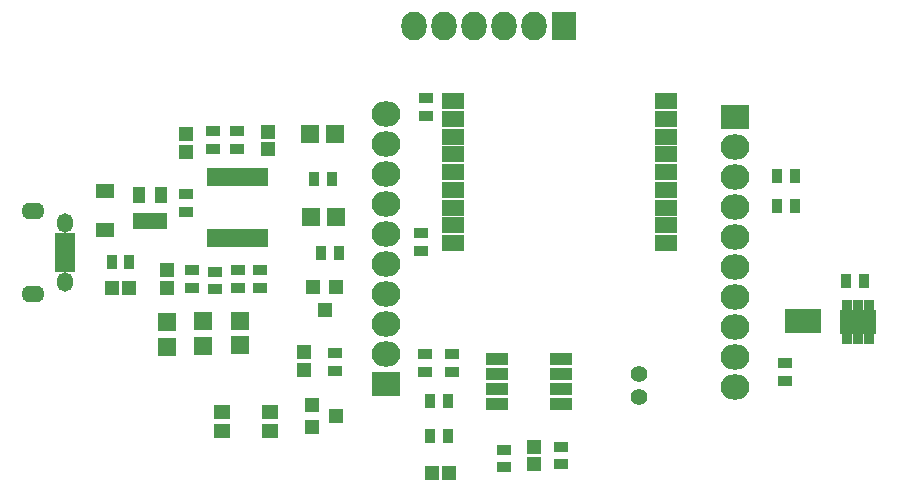
<source format=gbr>
G04 #@! TF.FileFunction,Soldermask,Top*
%FSLAX46Y46*%
G04 Gerber Fmt 4.6, Leading zero omitted, Abs format (unit mm)*
G04 Created by KiCad (PCBNEW 4.0.2-4+6225~38~ubuntu15.10.1-stable) date Wed 30 Mar 2016 09:09:27 AM CDT*
%MOMM*%
G01*
G04 APERTURE LIST*
%ADD10C,0.100000*%
%ADD11R,2.432000X2.127200*%
%ADD12O,2.432000X2.127200*%
%ADD13R,1.620000X1.310000*%
%ADD14R,1.050000X1.460000*%
%ADD15R,1.750000X0.800000*%
%ADD16O,1.350000X1.650000*%
%ADD17O,1.950000X1.400000*%
%ADD18R,1.200000X1.150000*%
%ADD19R,1.300000X0.900000*%
%ADD20R,1.150000X1.200000*%
%ADD21R,1.598880X1.598880*%
%ADD22R,2.127200X2.432000*%
%ADD23O,2.127200X2.432000*%
%ADD24R,1.200100X1.200100*%
%ADD25R,0.900000X1.300000*%
%ADD26R,1.400000X1.300000*%
%ADD27R,1.900000X1.400000*%
%ADD28R,1.950000X1.000000*%
%ADD29C,1.400000*%
%ADD30R,0.800000X1.600000*%
%ADD31R,1.050000X0.750000*%
%ADD32R,1.400000X1.200000*%
%ADD33R,0.850000X1.030000*%
%ADD34R,1.700000X1.250000*%
G04 APERTURE END LIST*
D10*
D11*
X153550000Y-80610000D03*
D12*
X153550000Y-78070000D03*
X153550000Y-75530000D03*
X153550000Y-72990000D03*
X153550000Y-70450000D03*
X153550000Y-67910000D03*
X153550000Y-65370000D03*
X153550000Y-62830000D03*
X153550000Y-60290000D03*
X153550000Y-57750000D03*
D13*
X129794000Y-64262000D03*
X129794000Y-67532000D03*
D14*
X132636000Y-66809000D03*
X133586000Y-66809000D03*
X134536000Y-66809000D03*
X134536000Y-64609000D03*
X132636000Y-64609000D03*
D15*
X126380000Y-68170000D03*
X126380000Y-68820000D03*
X126380000Y-69470000D03*
X126380000Y-70120000D03*
X126380000Y-70770000D03*
D16*
X126380000Y-66970000D03*
X126380000Y-71970000D03*
D17*
X123680000Y-65970000D03*
X123680000Y-72970000D03*
D18*
X130350000Y-72475000D03*
X131850000Y-72475000D03*
D19*
X156880000Y-78060000D03*
X156880000Y-79560000D03*
D18*
X157430000Y-88080000D03*
X158930000Y-88080000D03*
D20*
X166116000Y-85900000D03*
X166116000Y-87400000D03*
X135007390Y-72475558D03*
X135007390Y-70975558D03*
X136652000Y-59436000D03*
X136652000Y-60936000D03*
X143557390Y-60725558D03*
X143557390Y-59225558D03*
D21*
X149323040Y-66450000D03*
X147225000Y-66450000D03*
X138075000Y-77349020D03*
X138075000Y-75250980D03*
X135050000Y-77423040D03*
X135050000Y-75325000D03*
X147126960Y-59450000D03*
X149225000Y-59450000D03*
X141175000Y-77323040D03*
X141175000Y-75225000D03*
D19*
X136652000Y-64516000D03*
X136652000Y-66016000D03*
D22*
X168650000Y-50250000D03*
D23*
X166110000Y-50250000D03*
X163570000Y-50250000D03*
X161030000Y-50250000D03*
X158490000Y-50250000D03*
X155950000Y-50250000D03*
D11*
X183100000Y-57975000D03*
D12*
X183100000Y-60515000D03*
X183100000Y-63055000D03*
X183100000Y-65595000D03*
X183100000Y-68135000D03*
X183100000Y-70675000D03*
X183100000Y-73215000D03*
X183100000Y-75755000D03*
X183100000Y-78295000D03*
X183100000Y-80835000D03*
D24*
X147335240Y-82362000D03*
X147335240Y-84262000D03*
X149334220Y-83312000D03*
X149325000Y-72350000D03*
X147425000Y-72350000D03*
X148375000Y-74348980D03*
D25*
X148075000Y-69475000D03*
X149575000Y-69475000D03*
D19*
X137157390Y-70975558D03*
X137157390Y-72475558D03*
D25*
X130350000Y-70275000D03*
X131850000Y-70275000D03*
D19*
X138938000Y-60706000D03*
X138938000Y-59206000D03*
D25*
X194056000Y-71882000D03*
X192556000Y-71882000D03*
D19*
X149280000Y-77990000D03*
X149280000Y-79490000D03*
X159190000Y-79560000D03*
X159190000Y-78060000D03*
D25*
X147500000Y-63200000D03*
X149000000Y-63200000D03*
X157320000Y-85000000D03*
X158820000Y-85000000D03*
D19*
X168402000Y-87400000D03*
X168402000Y-85900000D03*
X163576000Y-86154000D03*
X163576000Y-87654000D03*
D25*
X158790000Y-82000000D03*
X157290000Y-82000000D03*
X186690000Y-62992000D03*
X188190000Y-62992000D03*
D19*
X141007390Y-72475558D03*
X141007390Y-70975558D03*
X139057390Y-72575558D03*
X139057390Y-71075558D03*
X140970000Y-59206000D03*
X140970000Y-60706000D03*
X142907390Y-72475558D03*
X142907390Y-70975558D03*
D25*
X186690000Y-65532000D03*
X188190000Y-65532000D03*
D19*
X187325000Y-78825000D03*
X187325000Y-80325000D03*
D26*
X139660000Y-82970000D03*
X139660000Y-84570000D03*
X143760000Y-82970000D03*
X143760000Y-84570000D03*
D27*
X159275000Y-65650000D03*
X159275000Y-67150000D03*
X159275000Y-68650000D03*
X159275000Y-64150000D03*
X159275000Y-62650000D03*
X159275000Y-61150000D03*
X159275000Y-56650000D03*
X159275000Y-58150000D03*
X159275000Y-59650000D03*
X177275000Y-59650000D03*
X177275000Y-58150000D03*
X177275000Y-56650000D03*
X177275000Y-61150000D03*
X177275000Y-62650000D03*
X177275000Y-64150000D03*
X177275000Y-68650000D03*
X177275000Y-67150000D03*
X177275000Y-65650000D03*
D28*
X163002000Y-78486000D03*
X163002000Y-79756000D03*
X163002000Y-81026000D03*
X163002000Y-82296000D03*
X168402000Y-82296000D03*
X168402000Y-81026000D03*
X168402000Y-79756000D03*
X168402000Y-78486000D03*
D29*
X175006000Y-79772000D03*
X175006000Y-81672000D03*
D30*
X143225000Y-63025000D03*
X142590000Y-63025000D03*
X141955000Y-63025000D03*
X141320000Y-63025000D03*
X140685000Y-63025000D03*
X140050000Y-63025000D03*
X139415000Y-63025000D03*
X138780000Y-63025000D03*
X138780000Y-68225000D03*
X139415000Y-68225000D03*
X140050000Y-68225000D03*
X140685000Y-68225000D03*
X141320000Y-68225000D03*
X141955000Y-68225000D03*
X142590000Y-68225000D03*
X143225000Y-68225000D03*
D31*
X187825000Y-74600000D03*
X187825000Y-75250000D03*
X187825000Y-75900000D03*
X189925000Y-75900000D03*
X189925000Y-75250000D03*
X189925000Y-74600000D03*
D32*
X188875000Y-75650000D03*
X188875000Y-74850000D03*
D33*
X192598000Y-76695000D03*
X193548000Y-76695000D03*
X194498000Y-76695000D03*
X194498000Y-74015000D03*
X193548000Y-74015000D03*
X192598000Y-74015000D03*
D34*
X194198000Y-74930000D03*
X192898000Y-74930000D03*
X194198000Y-75780000D03*
X192898000Y-75780000D03*
D19*
X156575000Y-69300000D03*
X156575000Y-67800000D03*
X156972000Y-57888000D03*
X156972000Y-56388000D03*
D20*
X146625000Y-79375000D03*
X146625000Y-77875000D03*
M02*

</source>
